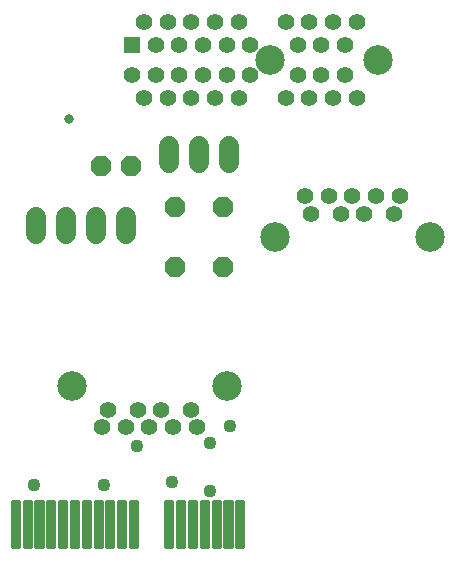
<source format=gbs>
G75*
%MOIN*%
%OFA0B0*%
%FSLAX24Y24*%
%IPPOS*%
%LPD*%
%AMOC8*
5,1,8,0,0,1.08239X$1,22.5*
%
%ADD10C,0.0560*%
%ADD11C,0.0985*%
%ADD12C,0.0134*%
%ADD13R,0.0560X0.0560*%
%ADD14C,0.0651*%
%ADD15OC8,0.0690*%
%ADD16C,0.0436*%
%ADD17C,0.0320*%
D10*
X003221Y004795D03*
X003418Y005385D03*
X004008Y004795D03*
X004402Y005385D03*
X004796Y004795D03*
X005189Y005385D03*
X005583Y004795D03*
X006174Y005385D03*
X006370Y004795D03*
X010189Y011921D03*
X009993Y012511D03*
X010780Y012511D03*
X011174Y011921D03*
X011567Y012511D03*
X011961Y011921D03*
X012355Y012511D03*
X012945Y011921D03*
X013142Y012511D03*
X011705Y015759D03*
X010918Y015759D03*
X010130Y015759D03*
X009343Y015759D03*
X009737Y016547D03*
X010524Y016547D03*
X011311Y016547D03*
X011311Y017531D03*
X010524Y017531D03*
X009737Y017531D03*
X010130Y018319D03*
X009343Y018319D03*
X008162Y017531D03*
X007374Y017531D03*
X006587Y017531D03*
X005800Y017531D03*
X005012Y017531D03*
X004619Y018319D03*
X005406Y018319D03*
X006193Y018319D03*
X006981Y018319D03*
X007768Y018319D03*
X007374Y016547D03*
X006587Y016547D03*
X005800Y016547D03*
X005012Y016547D03*
X004225Y016547D03*
X004619Y015759D03*
X005406Y015759D03*
X006193Y015759D03*
X006981Y015759D03*
X007768Y015759D03*
X008162Y016547D03*
X010918Y018319D03*
X011705Y018319D03*
D11*
X012414Y017039D03*
X008811Y017039D03*
X008981Y011133D03*
X007382Y006173D03*
X002209Y006173D03*
X014154Y011133D03*
D12*
X000448Y002320D02*
X000448Y000820D01*
X000246Y000820D01*
X000246Y002320D01*
X000448Y002320D01*
X000448Y000953D02*
X000246Y000953D01*
X000246Y001086D02*
X000448Y001086D01*
X000448Y001219D02*
X000246Y001219D01*
X000246Y001352D02*
X000448Y001352D01*
X000448Y001485D02*
X000246Y001485D01*
X000246Y001618D02*
X000448Y001618D01*
X000448Y001751D02*
X000246Y001751D01*
X000246Y001884D02*
X000448Y001884D01*
X000448Y002017D02*
X000246Y002017D01*
X000246Y002150D02*
X000448Y002150D01*
X000448Y002283D02*
X000246Y002283D01*
X000842Y002320D02*
X000842Y000820D01*
X000640Y000820D01*
X000640Y002320D01*
X000842Y002320D01*
X000842Y000953D02*
X000640Y000953D01*
X000640Y001086D02*
X000842Y001086D01*
X000842Y001219D02*
X000640Y001219D01*
X000640Y001352D02*
X000842Y001352D01*
X000842Y001485D02*
X000640Y001485D01*
X000640Y001618D02*
X000842Y001618D01*
X000842Y001751D02*
X000640Y001751D01*
X000640Y001884D02*
X000842Y001884D01*
X000842Y002017D02*
X000640Y002017D01*
X000640Y002150D02*
X000842Y002150D01*
X000842Y002283D02*
X000640Y002283D01*
X001235Y002320D02*
X001235Y000820D01*
X001033Y000820D01*
X001033Y002320D01*
X001235Y002320D01*
X001235Y000953D02*
X001033Y000953D01*
X001033Y001086D02*
X001235Y001086D01*
X001235Y001219D02*
X001033Y001219D01*
X001033Y001352D02*
X001235Y001352D01*
X001235Y001485D02*
X001033Y001485D01*
X001033Y001618D02*
X001235Y001618D01*
X001235Y001751D02*
X001033Y001751D01*
X001033Y001884D02*
X001235Y001884D01*
X001235Y002017D02*
X001033Y002017D01*
X001033Y002150D02*
X001235Y002150D01*
X001235Y002283D02*
X001033Y002283D01*
X001629Y002320D02*
X001629Y000820D01*
X001427Y000820D01*
X001427Y002320D01*
X001629Y002320D01*
X001629Y000953D02*
X001427Y000953D01*
X001427Y001086D02*
X001629Y001086D01*
X001629Y001219D02*
X001427Y001219D01*
X001427Y001352D02*
X001629Y001352D01*
X001629Y001485D02*
X001427Y001485D01*
X001427Y001618D02*
X001629Y001618D01*
X001629Y001751D02*
X001427Y001751D01*
X001427Y001884D02*
X001629Y001884D01*
X001629Y002017D02*
X001427Y002017D01*
X001427Y002150D02*
X001629Y002150D01*
X001629Y002283D02*
X001427Y002283D01*
X002023Y002320D02*
X002023Y000820D01*
X001821Y000820D01*
X001821Y002320D01*
X002023Y002320D01*
X002023Y000953D02*
X001821Y000953D01*
X001821Y001086D02*
X002023Y001086D01*
X002023Y001219D02*
X001821Y001219D01*
X001821Y001352D02*
X002023Y001352D01*
X002023Y001485D02*
X001821Y001485D01*
X001821Y001618D02*
X002023Y001618D01*
X002023Y001751D02*
X001821Y001751D01*
X001821Y001884D02*
X002023Y001884D01*
X002023Y002017D02*
X001821Y002017D01*
X001821Y002150D02*
X002023Y002150D01*
X002023Y002283D02*
X001821Y002283D01*
X002416Y002320D02*
X002416Y000820D01*
X002214Y000820D01*
X002214Y002320D01*
X002416Y002320D01*
X002416Y000953D02*
X002214Y000953D01*
X002214Y001086D02*
X002416Y001086D01*
X002416Y001219D02*
X002214Y001219D01*
X002214Y001352D02*
X002416Y001352D01*
X002416Y001485D02*
X002214Y001485D01*
X002214Y001618D02*
X002416Y001618D01*
X002416Y001751D02*
X002214Y001751D01*
X002214Y001884D02*
X002416Y001884D01*
X002416Y002017D02*
X002214Y002017D01*
X002214Y002150D02*
X002416Y002150D01*
X002416Y002283D02*
X002214Y002283D01*
X002810Y002320D02*
X002810Y000820D01*
X002608Y000820D01*
X002608Y002320D01*
X002810Y002320D01*
X002810Y000953D02*
X002608Y000953D01*
X002608Y001086D02*
X002810Y001086D01*
X002810Y001219D02*
X002608Y001219D01*
X002608Y001352D02*
X002810Y001352D01*
X002810Y001485D02*
X002608Y001485D01*
X002608Y001618D02*
X002810Y001618D01*
X002810Y001751D02*
X002608Y001751D01*
X002608Y001884D02*
X002810Y001884D01*
X002810Y002017D02*
X002608Y002017D01*
X002608Y002150D02*
X002810Y002150D01*
X002810Y002283D02*
X002608Y002283D01*
X003204Y002320D02*
X003204Y000820D01*
X003002Y000820D01*
X003002Y002320D01*
X003204Y002320D01*
X003204Y000953D02*
X003002Y000953D01*
X003002Y001086D02*
X003204Y001086D01*
X003204Y001219D02*
X003002Y001219D01*
X003002Y001352D02*
X003204Y001352D01*
X003204Y001485D02*
X003002Y001485D01*
X003002Y001618D02*
X003204Y001618D01*
X003204Y001751D02*
X003002Y001751D01*
X003002Y001884D02*
X003204Y001884D01*
X003204Y002017D02*
X003002Y002017D01*
X003002Y002150D02*
X003204Y002150D01*
X003204Y002283D02*
X003002Y002283D01*
X003597Y002320D02*
X003597Y000820D01*
X003395Y000820D01*
X003395Y002320D01*
X003597Y002320D01*
X003597Y000953D02*
X003395Y000953D01*
X003395Y001086D02*
X003597Y001086D01*
X003597Y001219D02*
X003395Y001219D01*
X003395Y001352D02*
X003597Y001352D01*
X003597Y001485D02*
X003395Y001485D01*
X003395Y001618D02*
X003597Y001618D01*
X003597Y001751D02*
X003395Y001751D01*
X003395Y001884D02*
X003597Y001884D01*
X003597Y002017D02*
X003395Y002017D01*
X003395Y002150D02*
X003597Y002150D01*
X003597Y002283D02*
X003395Y002283D01*
X003991Y002320D02*
X003991Y000820D01*
X003789Y000820D01*
X003789Y002320D01*
X003991Y002320D01*
X003991Y000953D02*
X003789Y000953D01*
X003789Y001086D02*
X003991Y001086D01*
X003991Y001219D02*
X003789Y001219D01*
X003789Y001352D02*
X003991Y001352D01*
X003991Y001485D02*
X003789Y001485D01*
X003789Y001618D02*
X003991Y001618D01*
X003991Y001751D02*
X003789Y001751D01*
X003789Y001884D02*
X003991Y001884D01*
X003991Y002017D02*
X003789Y002017D01*
X003789Y002150D02*
X003991Y002150D01*
X003991Y002283D02*
X003789Y002283D01*
X004385Y002320D02*
X004385Y000820D01*
X004183Y000820D01*
X004183Y002320D01*
X004385Y002320D01*
X004385Y000953D02*
X004183Y000953D01*
X004183Y001086D02*
X004385Y001086D01*
X004385Y001219D02*
X004183Y001219D01*
X004183Y001352D02*
X004385Y001352D01*
X004385Y001485D02*
X004183Y001485D01*
X004183Y001618D02*
X004385Y001618D01*
X004385Y001751D02*
X004183Y001751D01*
X004183Y001884D02*
X004385Y001884D01*
X004385Y002017D02*
X004183Y002017D01*
X004183Y002150D02*
X004385Y002150D01*
X004385Y002283D02*
X004183Y002283D01*
X005566Y002320D02*
X005566Y000820D01*
X005364Y000820D01*
X005364Y002320D01*
X005566Y002320D01*
X005566Y000953D02*
X005364Y000953D01*
X005364Y001086D02*
X005566Y001086D01*
X005566Y001219D02*
X005364Y001219D01*
X005364Y001352D02*
X005566Y001352D01*
X005566Y001485D02*
X005364Y001485D01*
X005364Y001618D02*
X005566Y001618D01*
X005566Y001751D02*
X005364Y001751D01*
X005364Y001884D02*
X005566Y001884D01*
X005566Y002017D02*
X005364Y002017D01*
X005364Y002150D02*
X005566Y002150D01*
X005566Y002283D02*
X005364Y002283D01*
X005960Y002320D02*
X005960Y000820D01*
X005758Y000820D01*
X005758Y002320D01*
X005960Y002320D01*
X005960Y000953D02*
X005758Y000953D01*
X005758Y001086D02*
X005960Y001086D01*
X005960Y001219D02*
X005758Y001219D01*
X005758Y001352D02*
X005960Y001352D01*
X005960Y001485D02*
X005758Y001485D01*
X005758Y001618D02*
X005960Y001618D01*
X005960Y001751D02*
X005758Y001751D01*
X005758Y001884D02*
X005960Y001884D01*
X005960Y002017D02*
X005758Y002017D01*
X005758Y002150D02*
X005960Y002150D01*
X005960Y002283D02*
X005758Y002283D01*
X006353Y002320D02*
X006353Y000820D01*
X006151Y000820D01*
X006151Y002320D01*
X006353Y002320D01*
X006353Y000953D02*
X006151Y000953D01*
X006151Y001086D02*
X006353Y001086D01*
X006353Y001219D02*
X006151Y001219D01*
X006151Y001352D02*
X006353Y001352D01*
X006353Y001485D02*
X006151Y001485D01*
X006151Y001618D02*
X006353Y001618D01*
X006353Y001751D02*
X006151Y001751D01*
X006151Y001884D02*
X006353Y001884D01*
X006353Y002017D02*
X006151Y002017D01*
X006151Y002150D02*
X006353Y002150D01*
X006353Y002283D02*
X006151Y002283D01*
X006747Y002320D02*
X006747Y000820D01*
X006545Y000820D01*
X006545Y002320D01*
X006747Y002320D01*
X006747Y000953D02*
X006545Y000953D01*
X006545Y001086D02*
X006747Y001086D01*
X006747Y001219D02*
X006545Y001219D01*
X006545Y001352D02*
X006747Y001352D01*
X006747Y001485D02*
X006545Y001485D01*
X006545Y001618D02*
X006747Y001618D01*
X006747Y001751D02*
X006545Y001751D01*
X006545Y001884D02*
X006747Y001884D01*
X006747Y002017D02*
X006545Y002017D01*
X006545Y002150D02*
X006747Y002150D01*
X006747Y002283D02*
X006545Y002283D01*
X007141Y002320D02*
X007141Y000820D01*
X006939Y000820D01*
X006939Y002320D01*
X007141Y002320D01*
X007141Y000953D02*
X006939Y000953D01*
X006939Y001086D02*
X007141Y001086D01*
X007141Y001219D02*
X006939Y001219D01*
X006939Y001352D02*
X007141Y001352D01*
X007141Y001485D02*
X006939Y001485D01*
X006939Y001618D02*
X007141Y001618D01*
X007141Y001751D02*
X006939Y001751D01*
X006939Y001884D02*
X007141Y001884D01*
X007141Y002017D02*
X006939Y002017D01*
X006939Y002150D02*
X007141Y002150D01*
X007141Y002283D02*
X006939Y002283D01*
X007534Y002320D02*
X007534Y000820D01*
X007332Y000820D01*
X007332Y002320D01*
X007534Y002320D01*
X007534Y000953D02*
X007332Y000953D01*
X007332Y001086D02*
X007534Y001086D01*
X007534Y001219D02*
X007332Y001219D01*
X007332Y001352D02*
X007534Y001352D01*
X007534Y001485D02*
X007332Y001485D01*
X007332Y001618D02*
X007534Y001618D01*
X007534Y001751D02*
X007332Y001751D01*
X007332Y001884D02*
X007534Y001884D01*
X007534Y002017D02*
X007332Y002017D01*
X007332Y002150D02*
X007534Y002150D01*
X007534Y002283D02*
X007332Y002283D01*
X007928Y002320D02*
X007928Y000820D01*
X007726Y000820D01*
X007726Y002320D01*
X007928Y002320D01*
X007928Y000953D02*
X007726Y000953D01*
X007726Y001086D02*
X007928Y001086D01*
X007928Y001219D02*
X007726Y001219D01*
X007726Y001352D02*
X007928Y001352D01*
X007928Y001485D02*
X007726Y001485D01*
X007726Y001618D02*
X007928Y001618D01*
X007928Y001751D02*
X007726Y001751D01*
X007726Y001884D02*
X007928Y001884D01*
X007928Y002017D02*
X007726Y002017D01*
X007726Y002150D02*
X007928Y002150D01*
X007928Y002283D02*
X007726Y002283D01*
D13*
X004225Y017531D03*
D14*
X005449Y014185D02*
X005449Y013594D01*
X006449Y013594D02*
X006449Y014185D01*
X007449Y014185D02*
X007449Y013594D01*
X004012Y011822D02*
X004012Y011232D01*
X003012Y011232D02*
X003012Y011822D01*
X002012Y011822D02*
X002012Y011232D01*
X001012Y011232D02*
X001012Y011822D01*
D15*
X003193Y013496D03*
X004193Y013496D03*
X005662Y012133D03*
X007237Y012133D03*
X007237Y010133D03*
X005662Y010133D03*
D16*
X007473Y004834D03*
X006804Y004263D03*
X005563Y002984D03*
X004382Y004165D03*
X003300Y002866D03*
X000937Y002866D03*
X006804Y002689D03*
D17*
X002119Y015070D03*
M02*

</source>
